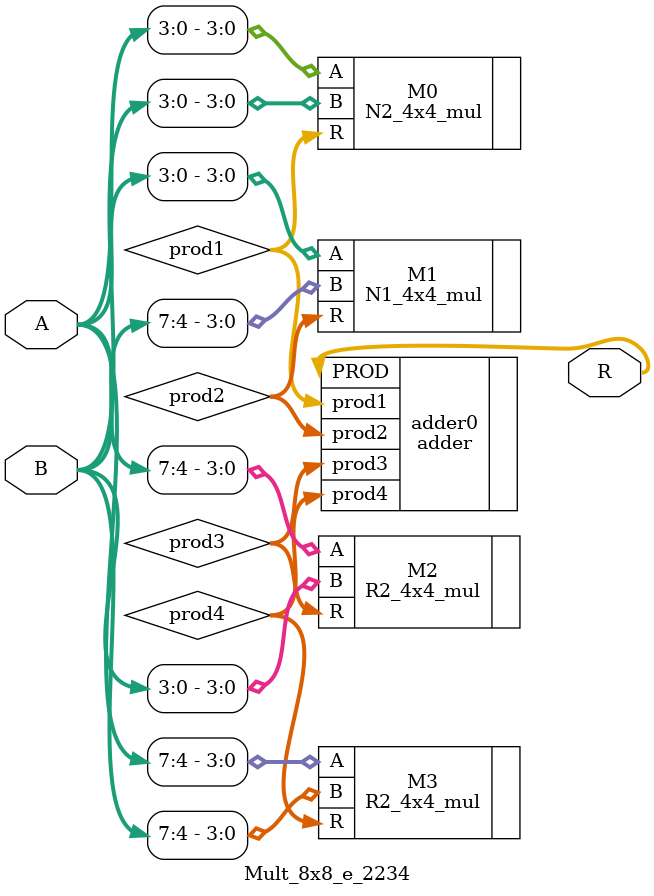
<source format=v>
module Mult_8x8_e_2234(
input [7:0] A,
input [7:0] B,
output [15:0]R
);
wire [7:0]prod1;
wire [7:0]prod2;
wire [7:0]prod3;
wire [7:0]prod4;

N2_4x4_mul M0(.A(A[3:0]),.B(B[3:0]),.R(prod1));
N1_4x4_mul M1(.A(A[3:0]),.B(B[7:4]),.R(prod2));
R2_4x4_mul M2(.A(A[7:4]),.B(B[3:0]),.R(prod3));
R2_4x4_mul M3(.A(A[7:4]),.B(B[7:4]),.R(prod4));
adder adder0(.prod1(prod1),.prod2(prod2),.prod3(prod3),.prod4(prod4),.PROD(R));
endmodule

</source>
